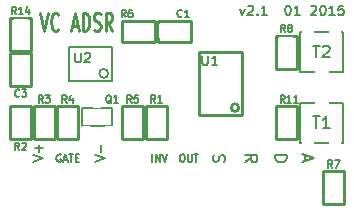
<source format=gto>
%FSLAX46Y46*%
G04 Gerber Fmt 4.6, Leading zero omitted, Abs format (unit mm)*
G04 Created by KiCad (PCBNEW (2014-09-02 BZR 5112)-product) date 2015-01-28 2:30:08 PM*
%MOMM*%
G01*
G04 APERTURE LIST*
%ADD10C,0.150000*%
%ADD11C,0.152400*%
%ADD12C,0.250000*%
%ADD13C,0.190500*%
%ADD14C,0.127000*%
%ADD15C,0.200000*%
%ADD16C,0.254000*%
%ADD17R,0.701040X1.000760*%
%ADD18R,1.300480X0.299720*%
%ADD19R,1.270000X0.381000*%
%ADD20R,1.143000X0.812800*%
%ADD21R,0.812800X1.143000*%
%ADD22R,1.000000X1.250000*%
%ADD23R,1.200000X1.250000*%
%ADD24R,1.350000X3.500000*%
G04 APERTURE END LIST*
D10*
D11*
X106304895Y-90274095D02*
X107117695Y-90003162D01*
X106304895Y-89732229D01*
X106808057Y-89461295D02*
X106808057Y-88842019D01*
X101054895Y-90274095D02*
X101867695Y-90003162D01*
X101054895Y-89732229D01*
X101558057Y-89461295D02*
X101558057Y-88842019D01*
X101867695Y-89151657D02*
X101248419Y-89151657D01*
X113640400Y-89666171D02*
X113756514Y-89666171D01*
X113814572Y-89695200D01*
X113872629Y-89753257D01*
X113901657Y-89869371D01*
X113901657Y-90072571D01*
X113872629Y-90188686D01*
X113814572Y-90246743D01*
X113756514Y-90275771D01*
X113640400Y-90275771D01*
X113582343Y-90246743D01*
X113524286Y-90188686D01*
X113495257Y-90072571D01*
X113495257Y-89869371D01*
X113524286Y-89753257D01*
X113582343Y-89695200D01*
X113640400Y-89666171D01*
X114162915Y-89666171D02*
X114162915Y-90159657D01*
X114191943Y-90217714D01*
X114220972Y-90246743D01*
X114279029Y-90275771D01*
X114395143Y-90275771D01*
X114453201Y-90246743D01*
X114482229Y-90217714D01*
X114511258Y-90159657D01*
X114511258Y-89666171D01*
X114714458Y-89666171D02*
X115062801Y-89666171D01*
X114888630Y-90275771D02*
X114888630Y-89666171D01*
X118587658Y-77325829D02*
X118781182Y-77867695D01*
X118974706Y-77325829D01*
X119245639Y-77132305D02*
X119284344Y-77093600D01*
X119361753Y-77054895D01*
X119555277Y-77054895D01*
X119632687Y-77093600D01*
X119671391Y-77132305D01*
X119710096Y-77209714D01*
X119710096Y-77287124D01*
X119671391Y-77403238D01*
X119206934Y-77867695D01*
X119710096Y-77867695D01*
X120058439Y-77790286D02*
X120097144Y-77828990D01*
X120058439Y-77867695D01*
X120019734Y-77828990D01*
X120058439Y-77790286D01*
X120058439Y-77867695D01*
X120871239Y-77867695D02*
X120406782Y-77867695D01*
X120639011Y-77867695D02*
X120639011Y-77054895D01*
X120561601Y-77171010D01*
X120484192Y-77248419D01*
X120406782Y-77287124D01*
X122612953Y-77054895D02*
X122690362Y-77054895D01*
X122767772Y-77093600D01*
X122806477Y-77132305D01*
X122845181Y-77209714D01*
X122883886Y-77364533D01*
X122883886Y-77558057D01*
X122845181Y-77712876D01*
X122806477Y-77790286D01*
X122767772Y-77828990D01*
X122690362Y-77867695D01*
X122612953Y-77867695D01*
X122535543Y-77828990D01*
X122496839Y-77790286D01*
X122458134Y-77712876D01*
X122419429Y-77558057D01*
X122419429Y-77364533D01*
X122458134Y-77209714D01*
X122496839Y-77132305D01*
X122535543Y-77093600D01*
X122612953Y-77054895D01*
X123657981Y-77867695D02*
X123193524Y-77867695D01*
X123425753Y-77867695D02*
X123425753Y-77054895D01*
X123348343Y-77171010D01*
X123270934Y-77248419D01*
X123193524Y-77287124D01*
X124586895Y-77132305D02*
X124625600Y-77093600D01*
X124703009Y-77054895D01*
X124896533Y-77054895D01*
X124973943Y-77093600D01*
X125012647Y-77132305D01*
X125051352Y-77209714D01*
X125051352Y-77287124D01*
X125012647Y-77403238D01*
X124548190Y-77867695D01*
X125051352Y-77867695D01*
X125554514Y-77054895D02*
X125631923Y-77054895D01*
X125709333Y-77093600D01*
X125748038Y-77132305D01*
X125786742Y-77209714D01*
X125825447Y-77364533D01*
X125825447Y-77558057D01*
X125786742Y-77712876D01*
X125748038Y-77790286D01*
X125709333Y-77828990D01*
X125631923Y-77867695D01*
X125554514Y-77867695D01*
X125477104Y-77828990D01*
X125438400Y-77790286D01*
X125399695Y-77712876D01*
X125360990Y-77558057D01*
X125360990Y-77364533D01*
X125399695Y-77209714D01*
X125438400Y-77132305D01*
X125477104Y-77093600D01*
X125554514Y-77054895D01*
X126599542Y-77867695D02*
X126135085Y-77867695D01*
X126367314Y-77867695D02*
X126367314Y-77054895D01*
X126289904Y-77171010D01*
X126212495Y-77248419D01*
X126135085Y-77287124D01*
X127334932Y-77054895D02*
X126947885Y-77054895D01*
X126909180Y-77441943D01*
X126947885Y-77403238D01*
X127025294Y-77364533D01*
X127218818Y-77364533D01*
X127296228Y-77403238D01*
X127334932Y-77441943D01*
X127373637Y-77519352D01*
X127373637Y-77712876D01*
X127334932Y-77790286D01*
X127296228Y-77828990D01*
X127218818Y-77867695D01*
X127025294Y-77867695D01*
X126947885Y-77828990D01*
X126909180Y-77790286D01*
D12*
X101630952Y-77678571D02*
X101964285Y-79178571D01*
X102297619Y-77678571D01*
X103202381Y-79035714D02*
X103154762Y-79107143D01*
X103011905Y-79178571D01*
X102916667Y-79178571D01*
X102773809Y-79107143D01*
X102678571Y-78964286D01*
X102630952Y-78821429D01*
X102583333Y-78535714D01*
X102583333Y-78321429D01*
X102630952Y-78035714D01*
X102678571Y-77892857D01*
X102773809Y-77750000D01*
X102916667Y-77678571D01*
X103011905Y-77678571D01*
X103154762Y-77750000D01*
X103202381Y-77821429D01*
X104345238Y-78750000D02*
X104821429Y-78750000D01*
X104250000Y-79178571D02*
X104583333Y-77678571D01*
X104916667Y-79178571D01*
X105250000Y-79178571D02*
X105250000Y-77678571D01*
X105488095Y-77678571D01*
X105630953Y-77750000D01*
X105726191Y-77892857D01*
X105773810Y-78035714D01*
X105821429Y-78321429D01*
X105821429Y-78535714D01*
X105773810Y-78821429D01*
X105726191Y-78964286D01*
X105630953Y-79107143D01*
X105488095Y-79178571D01*
X105250000Y-79178571D01*
X106202381Y-79107143D02*
X106345238Y-79178571D01*
X106583334Y-79178571D01*
X106678572Y-79107143D01*
X106726191Y-79035714D01*
X106773810Y-78892857D01*
X106773810Y-78750000D01*
X106726191Y-78607143D01*
X106678572Y-78535714D01*
X106583334Y-78464286D01*
X106392857Y-78392857D01*
X106297619Y-78321429D01*
X106250000Y-78250000D01*
X106202381Y-78107143D01*
X106202381Y-77964286D01*
X106250000Y-77821429D01*
X106297619Y-77750000D01*
X106392857Y-77678571D01*
X106630953Y-77678571D01*
X106773810Y-77750000D01*
X107773810Y-79178571D02*
X107440476Y-78464286D01*
X107202381Y-79178571D02*
X107202381Y-77678571D01*
X107583334Y-77678571D01*
X107678572Y-77750000D01*
X107726191Y-77821429D01*
X107773810Y-77964286D01*
X107773810Y-78178571D01*
X107726191Y-78321429D01*
X107678572Y-78392857D01*
X107583334Y-78464286D01*
X107202381Y-78464286D01*
D11*
X103390400Y-89695200D02*
X103332343Y-89666171D01*
X103245257Y-89666171D01*
X103158172Y-89695200D01*
X103100114Y-89753257D01*
X103071086Y-89811314D01*
X103042057Y-89927429D01*
X103042057Y-90014514D01*
X103071086Y-90130629D01*
X103100114Y-90188686D01*
X103158172Y-90246743D01*
X103245257Y-90275771D01*
X103303314Y-90275771D01*
X103390400Y-90246743D01*
X103419429Y-90217714D01*
X103419429Y-90014514D01*
X103303314Y-90014514D01*
X103651657Y-90101600D02*
X103941943Y-90101600D01*
X103593600Y-90275771D02*
X103796800Y-89666171D01*
X104000000Y-90275771D01*
X104116114Y-89666171D02*
X104464457Y-89666171D01*
X104290286Y-90275771D02*
X104290286Y-89666171D01*
X104667657Y-89956457D02*
X104870857Y-89956457D01*
X104957943Y-90275771D02*
X104667657Y-90275771D01*
X104667657Y-89666171D01*
X104957943Y-89666171D01*
X111169429Y-90275771D02*
X111169429Y-89666171D01*
X111459715Y-90275771D02*
X111459715Y-89666171D01*
X111808058Y-90275771D01*
X111808058Y-89666171D01*
X112011258Y-89666171D02*
X112214458Y-90275771D01*
X112417658Y-89666171D01*
D13*
X121540381Y-89733905D02*
X122556381Y-89733905D01*
X122556381Y-89975810D01*
X122508000Y-90120952D01*
X122411238Y-90217714D01*
X122314476Y-90266095D01*
X122120952Y-90314476D01*
X121975810Y-90314476D01*
X121782286Y-90266095D01*
X121685524Y-90217714D01*
X121588762Y-90120952D01*
X121540381Y-89975810D01*
X121540381Y-89733905D01*
X116338762Y-89709715D02*
X116290381Y-89854858D01*
X116290381Y-90096762D01*
X116338762Y-90193524D01*
X116387143Y-90241905D01*
X116483905Y-90290286D01*
X116580667Y-90290286D01*
X116677429Y-90241905D01*
X116725810Y-90193524D01*
X116774190Y-90096762D01*
X116822571Y-89903239D01*
X116870952Y-89806477D01*
X116919333Y-89758096D01*
X117016095Y-89709715D01*
X117112857Y-89709715D01*
X117209619Y-89758096D01*
X117258000Y-89806477D01*
X117306381Y-89903239D01*
X117306381Y-90145143D01*
X117258000Y-90290286D01*
X119040381Y-90314476D02*
X119524190Y-89975810D01*
X119040381Y-89733905D02*
X120056381Y-89733905D01*
X120056381Y-90120952D01*
X120008000Y-90217714D01*
X119959619Y-90266095D01*
X119862857Y-90314476D01*
X119717714Y-90314476D01*
X119620952Y-90266095D01*
X119572571Y-90217714D01*
X119524190Y-90120952D01*
X119524190Y-89733905D01*
X124080667Y-89758096D02*
X124080667Y-90241905D01*
X123790381Y-89661334D02*
X124806381Y-90000001D01*
X123790381Y-90338667D01*
D14*
X107770000Y-87262000D02*
X105166500Y-87262000D01*
X105166500Y-87262000D02*
X105166500Y-85738000D01*
X105166500Y-85738000D02*
X107770000Y-85738000D01*
X107770000Y-85738000D02*
X107770000Y-87262000D01*
D15*
X104100000Y-83430000D02*
X104100000Y-80570000D01*
X104100000Y-80570000D02*
X107700000Y-80570000D01*
X107700000Y-80570000D02*
X107700000Y-83430000D01*
X107678000Y-83438000D02*
X104122000Y-83438000D01*
X107424000Y-82803000D02*
G75*
G03X107424000Y-82803000I-381000J0D01*
G74*
G01*
D16*
X115095000Y-86294000D02*
X115095000Y-80960000D01*
X115095000Y-80960000D02*
X118778000Y-80960000D01*
X118778000Y-80960000D02*
X118778000Y-86294000D01*
X118778000Y-86294000D02*
X115095000Y-86294000D01*
X118483519Y-85702180D02*
G75*
G03X118483519Y-85702180I-325279J0D01*
G74*
G01*
X103100000Y-85600000D02*
X103100000Y-88400000D01*
X103100000Y-88400000D02*
X104900000Y-88400000D01*
X104900000Y-88400000D02*
X104900000Y-85600000D01*
X104900000Y-85600000D02*
X103100000Y-85600000D01*
X114400000Y-78350000D02*
X111600000Y-78350000D01*
X111600000Y-78350000D02*
X111600000Y-80150000D01*
X111600000Y-80150000D02*
X114400000Y-80150000D01*
X114400000Y-80150000D02*
X114400000Y-78350000D01*
X108600000Y-80150000D02*
X111400000Y-80150000D01*
X111400000Y-80150000D02*
X111400000Y-78350000D01*
X111400000Y-78350000D02*
X108600000Y-78350000D01*
X108600000Y-78350000D02*
X108600000Y-80150000D01*
X99100000Y-78100000D02*
X99100000Y-80900000D01*
X99100000Y-80900000D02*
X100900000Y-80900000D01*
X100900000Y-80900000D02*
X100900000Y-78100000D01*
X100900000Y-78100000D02*
X99100000Y-78100000D01*
X99100000Y-81100000D02*
X99100000Y-83900000D01*
X99100000Y-83900000D02*
X100900000Y-83900000D01*
X100900000Y-83900000D02*
X100900000Y-81100000D01*
X100900000Y-81100000D02*
X99100000Y-81100000D01*
X127400000Y-93900000D02*
X127400000Y-91100000D01*
X127400000Y-91100000D02*
X125600000Y-91100000D01*
X125600000Y-91100000D02*
X125600000Y-93900000D01*
X125600000Y-93900000D02*
X127400000Y-93900000D01*
X121600000Y-85600000D02*
X121600000Y-88400000D01*
X121600000Y-88400000D02*
X123400000Y-88400000D01*
X123400000Y-88400000D02*
X123400000Y-85600000D01*
X123400000Y-85600000D02*
X121600000Y-85600000D01*
X100900000Y-88400000D02*
X100900000Y-85600000D01*
X100900000Y-85600000D02*
X99100000Y-85600000D01*
X99100000Y-85600000D02*
X99100000Y-88400000D01*
X99100000Y-88400000D02*
X100900000Y-88400000D01*
X101100000Y-85600000D02*
X101100000Y-88400000D01*
X101100000Y-88400000D02*
X102900000Y-88400000D01*
X102900000Y-88400000D02*
X102900000Y-85600000D01*
X102900000Y-85600000D02*
X101100000Y-85600000D01*
X108600000Y-85600000D02*
X108600000Y-88400000D01*
X108600000Y-88400000D02*
X110400000Y-88400000D01*
X110400000Y-88400000D02*
X110400000Y-85600000D01*
X110400000Y-85600000D02*
X108600000Y-85600000D01*
X123400000Y-82400000D02*
X123400000Y-79600000D01*
X123400000Y-79600000D02*
X121600000Y-79600000D01*
X121600000Y-79600000D02*
X121600000Y-82400000D01*
X121600000Y-82400000D02*
X123400000Y-82400000D01*
X112400000Y-88400000D02*
X112400000Y-85600000D01*
X112400000Y-85600000D02*
X110600000Y-85600000D01*
X110600000Y-85600000D02*
X110600000Y-88400000D01*
X110600000Y-88400000D02*
X112400000Y-88400000D01*
D10*
X127300000Y-87000000D02*
X127300000Y-85300000D01*
X127300000Y-85300000D02*
X123700000Y-85300000D01*
X123700000Y-85300000D02*
X123700000Y-88700000D01*
X123700000Y-88700000D02*
X127300000Y-88700000D01*
X127300000Y-88700000D02*
X127300000Y-87000000D01*
X123700000Y-81000000D02*
X123700000Y-82700000D01*
X123700000Y-82700000D02*
X127300000Y-82700000D01*
X127300000Y-82700000D02*
X127300000Y-79300000D01*
X127300000Y-79300000D02*
X123700000Y-79300000D01*
X123700000Y-79300000D02*
X123700000Y-81000000D01*
D11*
X107691943Y-85333829D02*
X107633886Y-85304800D01*
X107575829Y-85246743D01*
X107488743Y-85159657D01*
X107430686Y-85130629D01*
X107372629Y-85130629D01*
X107401657Y-85275771D02*
X107343600Y-85246743D01*
X107285543Y-85188686D01*
X107256514Y-85072571D01*
X107256514Y-84869371D01*
X107285543Y-84753257D01*
X107343600Y-84695200D01*
X107401657Y-84666171D01*
X107517771Y-84666171D01*
X107575829Y-84695200D01*
X107633886Y-84753257D01*
X107662914Y-84869371D01*
X107662914Y-85072571D01*
X107633886Y-85188686D01*
X107575829Y-85246743D01*
X107517771Y-85275771D01*
X107401657Y-85275771D01*
X108243486Y-85275771D02*
X107895143Y-85275771D01*
X108069315Y-85275771D02*
X108069315Y-84666171D01*
X108011258Y-84753257D01*
X107953200Y-84811314D01*
X107895143Y-84840343D01*
D13*
X104630724Y-81054895D02*
X104630724Y-81712876D01*
X104669429Y-81790286D01*
X104708133Y-81828990D01*
X104785543Y-81867695D01*
X104940362Y-81867695D01*
X105017771Y-81828990D01*
X105056476Y-81790286D01*
X105095181Y-81712876D01*
X105095181Y-81054895D01*
X105443524Y-81132305D02*
X105482229Y-81093600D01*
X105559638Y-81054895D01*
X105753162Y-81054895D01*
X105830572Y-81093600D01*
X105869276Y-81132305D01*
X105907981Y-81209714D01*
X105907981Y-81287124D01*
X105869276Y-81403238D01*
X105404819Y-81867695D01*
X105907981Y-81867695D01*
X115380724Y-81304895D02*
X115380724Y-81962876D01*
X115419429Y-82040286D01*
X115458133Y-82078990D01*
X115535543Y-82117695D01*
X115690362Y-82117695D01*
X115767771Y-82078990D01*
X115806476Y-82040286D01*
X115845181Y-81962876D01*
X115845181Y-81304895D01*
X116657981Y-82117695D02*
X116193524Y-82117695D01*
X116425753Y-82117695D02*
X116425753Y-81304895D01*
X116348343Y-81421010D01*
X116270934Y-81498419D01*
X116193524Y-81537124D01*
D11*
X103898401Y-85275771D02*
X103695201Y-84985486D01*
X103550058Y-85275771D02*
X103550058Y-84666171D01*
X103782286Y-84666171D01*
X103840344Y-84695200D01*
X103869372Y-84724229D01*
X103898401Y-84782286D01*
X103898401Y-84869371D01*
X103869372Y-84927429D01*
X103840344Y-84956457D01*
X103782286Y-84985486D01*
X103550058Y-84985486D01*
X104420915Y-84869371D02*
X104420915Y-85275771D01*
X104275772Y-84637143D02*
X104130629Y-85072571D01*
X104508001Y-85072571D01*
X113648401Y-77967714D02*
X113619372Y-77996743D01*
X113532286Y-78025771D01*
X113474229Y-78025771D01*
X113387144Y-77996743D01*
X113329086Y-77938686D01*
X113300058Y-77880629D01*
X113271029Y-77764514D01*
X113271029Y-77677429D01*
X113300058Y-77561314D01*
X113329086Y-77503257D01*
X113387144Y-77445200D01*
X113474229Y-77416171D01*
X113532286Y-77416171D01*
X113619372Y-77445200D01*
X113648401Y-77474229D01*
X114228972Y-78025771D02*
X113880629Y-78025771D01*
X114054801Y-78025771D02*
X114054801Y-77416171D01*
X113996744Y-77503257D01*
X113938686Y-77561314D01*
X113880629Y-77590343D01*
X108898401Y-78025771D02*
X108695201Y-77735486D01*
X108550058Y-78025771D02*
X108550058Y-77416171D01*
X108782286Y-77416171D01*
X108840344Y-77445200D01*
X108869372Y-77474229D01*
X108898401Y-77532286D01*
X108898401Y-77619371D01*
X108869372Y-77677429D01*
X108840344Y-77706457D01*
X108782286Y-77735486D01*
X108550058Y-77735486D01*
X109420915Y-77416171D02*
X109304801Y-77416171D01*
X109246744Y-77445200D01*
X109217715Y-77474229D01*
X109159658Y-77561314D01*
X109130629Y-77677429D01*
X109130629Y-77909657D01*
X109159658Y-77967714D01*
X109188686Y-77996743D01*
X109246744Y-78025771D01*
X109362858Y-78025771D01*
X109420915Y-77996743D01*
X109449944Y-77967714D01*
X109478972Y-77909657D01*
X109478972Y-77764514D01*
X109449944Y-77706457D01*
X109420915Y-77677429D01*
X109362858Y-77648400D01*
X109246744Y-77648400D01*
X109188686Y-77677429D01*
X109159658Y-77706457D01*
X109130629Y-77764514D01*
X99608115Y-77775771D02*
X99404915Y-77485486D01*
X99259772Y-77775771D02*
X99259772Y-77166171D01*
X99492000Y-77166171D01*
X99550058Y-77195200D01*
X99579086Y-77224229D01*
X99608115Y-77282286D01*
X99608115Y-77369371D01*
X99579086Y-77427429D01*
X99550058Y-77456457D01*
X99492000Y-77485486D01*
X99259772Y-77485486D01*
X100188686Y-77775771D02*
X99840343Y-77775771D01*
X100014515Y-77775771D02*
X100014515Y-77166171D01*
X99956458Y-77253257D01*
X99898400Y-77311314D01*
X99840343Y-77340343D01*
X100711200Y-77369371D02*
X100711200Y-77775771D01*
X100566057Y-77137143D02*
X100420914Y-77572571D01*
X100798286Y-77572571D01*
X99898401Y-84717714D02*
X99869372Y-84746743D01*
X99782286Y-84775771D01*
X99724229Y-84775771D01*
X99637144Y-84746743D01*
X99579086Y-84688686D01*
X99550058Y-84630629D01*
X99521029Y-84514514D01*
X99521029Y-84427429D01*
X99550058Y-84311314D01*
X99579086Y-84253257D01*
X99637144Y-84195200D01*
X99724229Y-84166171D01*
X99782286Y-84166171D01*
X99869372Y-84195200D01*
X99898401Y-84224229D01*
X100101601Y-84166171D02*
X100478972Y-84166171D01*
X100275772Y-84398400D01*
X100362858Y-84398400D01*
X100420915Y-84427429D01*
X100449944Y-84456457D01*
X100478972Y-84514514D01*
X100478972Y-84659657D01*
X100449944Y-84717714D01*
X100420915Y-84746743D01*
X100362858Y-84775771D01*
X100188686Y-84775771D01*
X100130629Y-84746743D01*
X100101601Y-84717714D01*
X126398401Y-90775771D02*
X126195201Y-90485486D01*
X126050058Y-90775771D02*
X126050058Y-90166171D01*
X126282286Y-90166171D01*
X126340344Y-90195200D01*
X126369372Y-90224229D01*
X126398401Y-90282286D01*
X126398401Y-90369371D01*
X126369372Y-90427429D01*
X126340344Y-90456457D01*
X126282286Y-90485486D01*
X126050058Y-90485486D01*
X126601601Y-90166171D02*
X127008001Y-90166171D01*
X126746744Y-90775771D01*
X122358115Y-85275771D02*
X122154915Y-84985486D01*
X122009772Y-85275771D02*
X122009772Y-84666171D01*
X122242000Y-84666171D01*
X122300058Y-84695200D01*
X122329086Y-84724229D01*
X122358115Y-84782286D01*
X122358115Y-84869371D01*
X122329086Y-84927429D01*
X122300058Y-84956457D01*
X122242000Y-84985486D01*
X122009772Y-84985486D01*
X122938686Y-85275771D02*
X122590343Y-85275771D01*
X122764515Y-85275771D02*
X122764515Y-84666171D01*
X122706458Y-84753257D01*
X122648400Y-84811314D01*
X122590343Y-84840343D01*
X123519257Y-85275771D02*
X123170914Y-85275771D01*
X123345086Y-85275771D02*
X123345086Y-84666171D01*
X123287029Y-84753257D01*
X123228971Y-84811314D01*
X123170914Y-84840343D01*
X99898401Y-89275771D02*
X99695201Y-88985486D01*
X99550058Y-89275771D02*
X99550058Y-88666171D01*
X99782286Y-88666171D01*
X99840344Y-88695200D01*
X99869372Y-88724229D01*
X99898401Y-88782286D01*
X99898401Y-88869371D01*
X99869372Y-88927429D01*
X99840344Y-88956457D01*
X99782286Y-88985486D01*
X99550058Y-88985486D01*
X100130629Y-88724229D02*
X100159658Y-88695200D01*
X100217715Y-88666171D01*
X100362858Y-88666171D01*
X100420915Y-88695200D01*
X100449944Y-88724229D01*
X100478972Y-88782286D01*
X100478972Y-88840343D01*
X100449944Y-88927429D01*
X100101601Y-89275771D01*
X100478972Y-89275771D01*
X101898401Y-85275771D02*
X101695201Y-84985486D01*
X101550058Y-85275771D02*
X101550058Y-84666171D01*
X101782286Y-84666171D01*
X101840344Y-84695200D01*
X101869372Y-84724229D01*
X101898401Y-84782286D01*
X101898401Y-84869371D01*
X101869372Y-84927429D01*
X101840344Y-84956457D01*
X101782286Y-84985486D01*
X101550058Y-84985486D01*
X102101601Y-84666171D02*
X102478972Y-84666171D01*
X102275772Y-84898400D01*
X102362858Y-84898400D01*
X102420915Y-84927429D01*
X102449944Y-84956457D01*
X102478972Y-85014514D01*
X102478972Y-85159657D01*
X102449944Y-85217714D01*
X102420915Y-85246743D01*
X102362858Y-85275771D01*
X102188686Y-85275771D01*
X102130629Y-85246743D01*
X102101601Y-85217714D01*
X109398401Y-85275771D02*
X109195201Y-84985486D01*
X109050058Y-85275771D02*
X109050058Y-84666171D01*
X109282286Y-84666171D01*
X109340344Y-84695200D01*
X109369372Y-84724229D01*
X109398401Y-84782286D01*
X109398401Y-84869371D01*
X109369372Y-84927429D01*
X109340344Y-84956457D01*
X109282286Y-84985486D01*
X109050058Y-84985486D01*
X109949944Y-84666171D02*
X109659658Y-84666171D01*
X109630629Y-84956457D01*
X109659658Y-84927429D01*
X109717715Y-84898400D01*
X109862858Y-84898400D01*
X109920915Y-84927429D01*
X109949944Y-84956457D01*
X109978972Y-85014514D01*
X109978972Y-85159657D01*
X109949944Y-85217714D01*
X109920915Y-85246743D01*
X109862858Y-85275771D01*
X109717715Y-85275771D01*
X109659658Y-85246743D01*
X109630629Y-85217714D01*
X122398401Y-79275771D02*
X122195201Y-78985486D01*
X122050058Y-79275771D02*
X122050058Y-78666171D01*
X122282286Y-78666171D01*
X122340344Y-78695200D01*
X122369372Y-78724229D01*
X122398401Y-78782286D01*
X122398401Y-78869371D01*
X122369372Y-78927429D01*
X122340344Y-78956457D01*
X122282286Y-78985486D01*
X122050058Y-78985486D01*
X122746744Y-78927429D02*
X122688686Y-78898400D01*
X122659658Y-78869371D01*
X122630629Y-78811314D01*
X122630629Y-78782286D01*
X122659658Y-78724229D01*
X122688686Y-78695200D01*
X122746744Y-78666171D01*
X122862858Y-78666171D01*
X122920915Y-78695200D01*
X122949944Y-78724229D01*
X122978972Y-78782286D01*
X122978972Y-78811314D01*
X122949944Y-78869371D01*
X122920915Y-78898400D01*
X122862858Y-78927429D01*
X122746744Y-78927429D01*
X122688686Y-78956457D01*
X122659658Y-78985486D01*
X122630629Y-79043543D01*
X122630629Y-79159657D01*
X122659658Y-79217714D01*
X122688686Y-79246743D01*
X122746744Y-79275771D01*
X122862858Y-79275771D01*
X122920915Y-79246743D01*
X122949944Y-79217714D01*
X122978972Y-79159657D01*
X122978972Y-79043543D01*
X122949944Y-78985486D01*
X122920915Y-78956457D01*
X122862858Y-78927429D01*
X111398401Y-85275771D02*
X111195201Y-84985486D01*
X111050058Y-85275771D02*
X111050058Y-84666171D01*
X111282286Y-84666171D01*
X111340344Y-84695200D01*
X111369372Y-84724229D01*
X111398401Y-84782286D01*
X111398401Y-84869371D01*
X111369372Y-84927429D01*
X111340344Y-84956457D01*
X111282286Y-84985486D01*
X111050058Y-84985486D01*
X111978972Y-85275771D02*
X111630629Y-85275771D01*
X111804801Y-85275771D02*
X111804801Y-84666171D01*
X111746744Y-84753257D01*
X111688686Y-84811314D01*
X111630629Y-84840343D01*
D10*
X124738095Y-86452381D02*
X125309524Y-86452381D01*
X125023809Y-87452381D02*
X125023809Y-86452381D01*
X126166667Y-87452381D02*
X125595238Y-87452381D01*
X125880952Y-87452381D02*
X125880952Y-86452381D01*
X125785714Y-86595238D01*
X125690476Y-86690476D01*
X125595238Y-86738095D01*
X124738095Y-80452381D02*
X125309524Y-80452381D01*
X125023809Y-81452381D02*
X125023809Y-80452381D01*
X125595238Y-80547619D02*
X125642857Y-80500000D01*
X125738095Y-80452381D01*
X125976191Y-80452381D01*
X126071429Y-80500000D01*
X126119048Y-80547619D01*
X126166667Y-80642857D01*
X126166667Y-80738095D01*
X126119048Y-80880952D01*
X125547619Y-81452381D01*
X126166667Y-81452381D01*
%LPC*%
D17*
X106500000Y-85230000D03*
X107452500Y-87770000D03*
X105547500Y-87770000D03*
D18*
X108694000Y-82955400D03*
X108694000Y-82320400D03*
X108694000Y-81660000D03*
X108694000Y-81025000D03*
X103106000Y-81025000D03*
X103106000Y-81672700D03*
X103106000Y-82320400D03*
X103106000Y-82968100D03*
D19*
X119799080Y-85775840D03*
X119799080Y-85125600D03*
X119799080Y-84475360D03*
X119799080Y-83825120D03*
X119799080Y-83174880D03*
X119799080Y-82524640D03*
X119799080Y-81874400D03*
X119799080Y-81224160D03*
X114200920Y-81224160D03*
X114200920Y-81874400D03*
X114200920Y-82524640D03*
X114200920Y-83174880D03*
X114200920Y-83825120D03*
X114200920Y-84475360D03*
X114200920Y-85125600D03*
X114200920Y-85775840D03*
D20*
X104000000Y-86149100D03*
X104000000Y-87850900D03*
D21*
X113850900Y-79250000D03*
X112149100Y-79250000D03*
X109149100Y-79250000D03*
X110850900Y-79250000D03*
D20*
X100000000Y-78649100D03*
X100000000Y-80350900D03*
X100000000Y-81649100D03*
X100000000Y-83350900D03*
X126500000Y-93350900D03*
X126500000Y-91649100D03*
X122500000Y-86149100D03*
X122500000Y-87850900D03*
X100000000Y-87850900D03*
X100000000Y-86149100D03*
X102000000Y-86149100D03*
X102000000Y-87850900D03*
X109500000Y-86149100D03*
X109500000Y-87850900D03*
X122500000Y-81850900D03*
X122500000Y-80149100D03*
X111500000Y-87850900D03*
X111500000Y-86149100D03*
D22*
X126650000Y-88850000D03*
X124350000Y-88850000D03*
D23*
X125500000Y-85150000D03*
D22*
X124350000Y-79150000D03*
X126650000Y-79150000D03*
D23*
X125500000Y-82850000D03*
D24*
X101570000Y-92500000D03*
X104110000Y-92500000D03*
X106650000Y-92500000D03*
X109190000Y-92500000D03*
X111730000Y-92500000D03*
X114270000Y-92500000D03*
X116810000Y-92500000D03*
X119350000Y-92500000D03*
X121890000Y-92500000D03*
X124430000Y-92500000D03*
M02*

</source>
